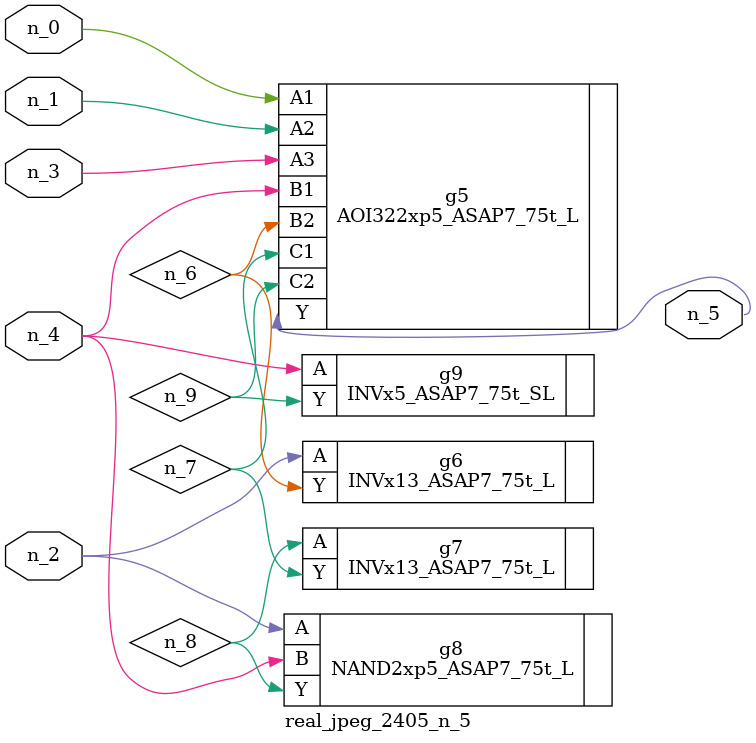
<source format=v>
module real_jpeg_2405_n_5 (n_4, n_0, n_1, n_2, n_3, n_5);

input n_4;
input n_0;
input n_1;
input n_2;
input n_3;

output n_5;

wire n_8;
wire n_6;
wire n_7;
wire n_9;

AOI322xp5_ASAP7_75t_L g5 ( 
.A1(n_0),
.A2(n_1),
.A3(n_3),
.B1(n_4),
.B2(n_6),
.C1(n_7),
.C2(n_9),
.Y(n_5)
);

INVx13_ASAP7_75t_L g6 ( 
.A(n_2),
.Y(n_6)
);

NAND2xp5_ASAP7_75t_L g8 ( 
.A(n_2),
.B(n_4),
.Y(n_8)
);

INVx5_ASAP7_75t_SL g9 ( 
.A(n_4),
.Y(n_9)
);

INVx13_ASAP7_75t_L g7 ( 
.A(n_8),
.Y(n_7)
);


endmodule
</source>
